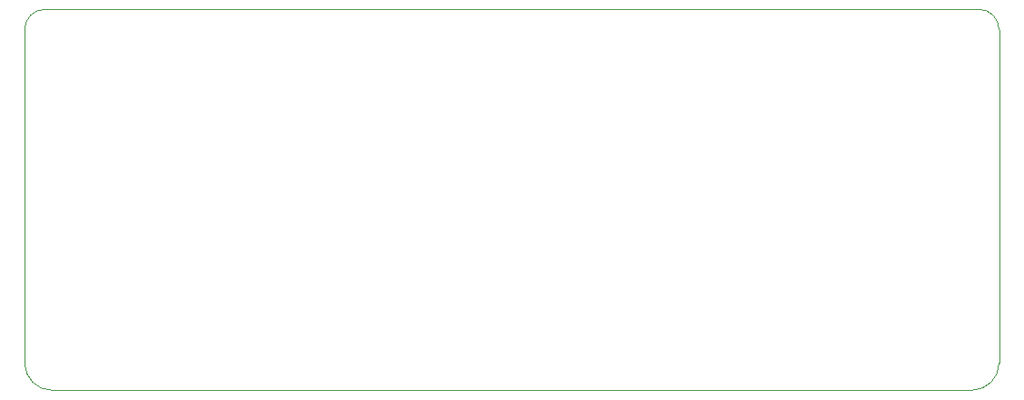
<source format=gm1>
G04 #@! TF.GenerationSoftware,KiCad,Pcbnew,(6.0.0)*
G04 #@! TF.CreationDate,2022-02-12T17:35:16+01:00*
G04 #@! TF.ProjectId,canned-ercf-board,63616e6e-6564-42d6-9572-63662d626f61,v1.0-beta1*
G04 #@! TF.SameCoordinates,Original*
G04 #@! TF.FileFunction,Profile,NP*
%FSLAX46Y46*%
G04 Gerber Fmt 4.6, Leading zero omitted, Abs format (unit mm)*
G04 Created by KiCad (PCBNEW (6.0.0)) date 2022-02-12 17:35:16*
%MOMM*%
%LPD*%
G01*
G04 APERTURE LIST*
G04 #@! TA.AperFunction,Profile*
%ADD10C,0.050000*%
G04 #@! TD*
G04 APERTURE END LIST*
D10*
X79375000Y-143510000D02*
X165100000Y-143510000D01*
X167640000Y-140970000D02*
X167640000Y-109855000D01*
X165735000Y-107950000D02*
X78740000Y-107950000D01*
X76835000Y-109855000D02*
X76835000Y-140970000D01*
X165100000Y-143510000D02*
G75*
G03*
X167640000Y-140970000I-1J2540001D01*
G01*
X78740000Y-107950000D02*
G75*
G03*
X76835000Y-109855000I1J-1905001D01*
G01*
X167640000Y-109855000D02*
G75*
G03*
X165735000Y-107950000I-1905001J-1D01*
G01*
X76835000Y-140970000D02*
G75*
G03*
X79375000Y-143510000I2540001J1D01*
G01*
M02*

</source>
